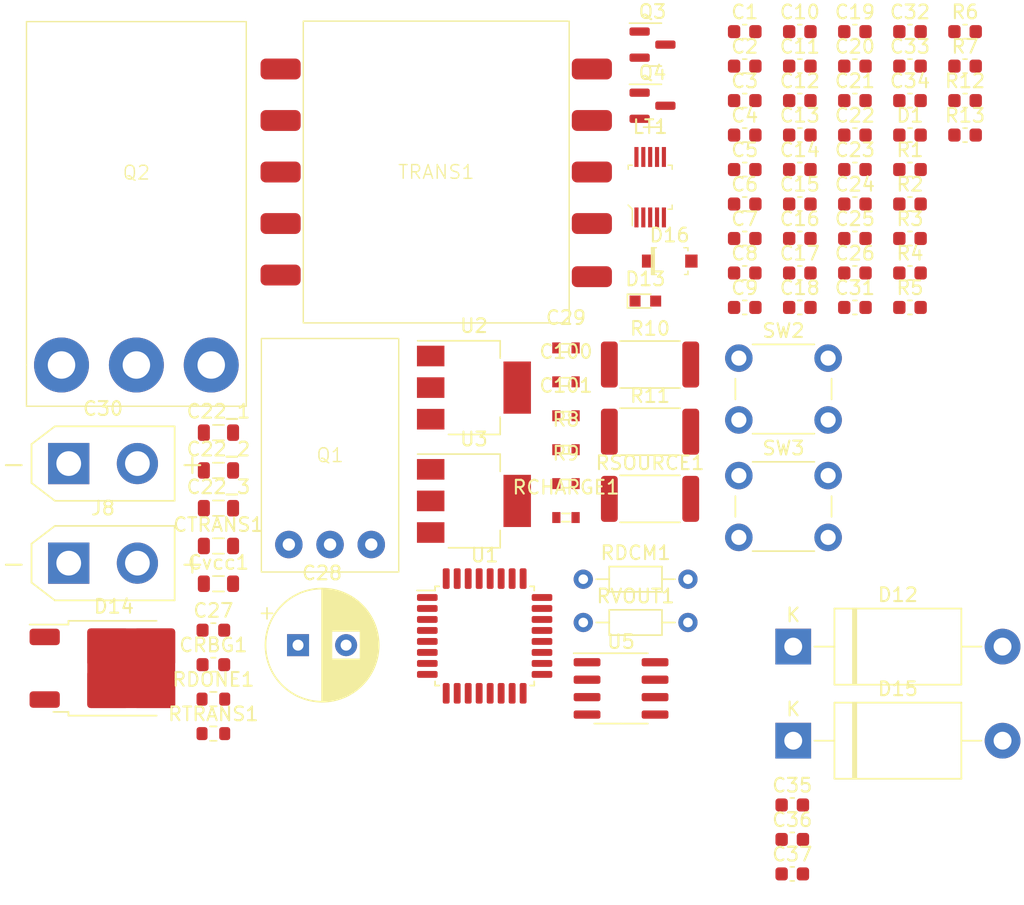
<source format=kicad_pcb>
(kicad_pcb (version 20221018) (generator pcbnew)
  (layers (0 "F.Cu" signal) (31 "B.Cu" signal) (34 "B.Paste" user) (35 "F.Paste" user) (36 "B.SilkS" user "B.Silkscreen") (37 "F.SilkS" user "F.Silkscreen") (38 "B.Mask" user) (39 "F.Mask" user) (44 "Edge.Cuts" user))
  (net 0 "")
  (net 1 "GND")
  (net 5 "+5V")
  (net 7 "V")
  (net 8 "Net-(U1-PF1)")
  (net 9 "Net-(U1-PF0)")
  (net 10 "Net-(LT1-vtrans)")
  (net 11 "Net-(LT1-rvout)")
  (net 12 "Net-(LT1-rdcm)")
  (net 13 "Net-(LT1-rbg)")
  (net 14 "Net-(D14-A)")
  (net 15 "Net-(Q3-B)")
  (net 16 "+15V")
  (net 17 "Net-(F1-Gate3)")
  (net 18 "Net-(F1-Source4)")
  (net 19 "Net-(D13-A)")
  (net 20 "CANL")
  (net 21 "CANH")
  (net 22 "GND2")
  (net 23 "CHARGE")
  (net 24 "14v")
  (net 25 "/source1")
  (net 26 "/source")
  (net 27 "/gate1")
  (net 28 "/gate")
  (net 29 "/drain1")
  (net 30 "+3V3")
  (net 31 "/drain")
  (net 32 "/DONE")
  (net 33 "NRST")
  (net 34 "TR_SIG")
  (net 35 "Net-(BZ1--)")
  (net 36 "KICK_SW")
  (net 37 "DR_SW")
  (net 43 "DR_PWM")
  (net 44 "Net-(C2-Pad2)")
  (net 46 "ENCODER_A")
  (net 47 "ENCODER_B")
  (net 48 "CANRX")
  (net 49 "CANTX")
  (net 50 "SYS-SWDIO")
  (net 51 "SYS-SWCLK")
  (net 53 "DIN")
  (net 54 "DOUT")
  (net 56 "Net-(U1-PB7)")
  (net 57 "Net-(U1-BOOT0)")
  (net 58 "14vv")
  (net 60 "Net-(D1-A)")
  (net 61 "Net-(D2-DIN)")
  (net 62 "Net-(J6-Pin_1)")
  (net 63 "Net-(D15-A2)")
  (net 64 "Net-(U2-GND)")
  (net 65 "Net-(D12-A2)")
  (net 66 "Net-(U2-VI)")
  (footprint "Capacitor_SMD:C_0603_1608Metric" (layer "F.Cu") (at 76.26 32.76)
    (fp_text reference "R5" (at 0 -1.43) (layer "F.SilkS"))
    (fp_text value "20k")
    (pad "1" smd roundrect (at -0.775 0) (size 0.9 0.95) (layers "F.Cu" "F.Paste" "F.Mask") (net 1 "GND"))
    (pad "2" smd roundrect (at 0.775 0) (size 0.9 0.95) (layers "F.Cu" "F.Paste" "F.Mask") (net 34 "TR_SIG"))
  )
  (footprint "Inductor_SMD:L_0805_2012Metric" (layer "F.Cu") (at 25.915 47.375)
    (fp_text reference "C22_3" (at 0 -1.55) (layer "F.SilkS"))
    (fp_text value "22uF")
    (pad "1" smd roundrect (at -1.0625 0) (size 0.875 1.2) (layers "F.Cu" "F.Paste" "F.Mask") (net 1 "GND"))
    (pad "2" smd roundrect (at 1.0625 0) (size 0.875 1.2) (layers "F.Cu" "F.Paste" "F.Mask") (net 24 "14v"))
  )
  (footprint "Package_QFP:LQFP-32_7x7mm_P0.8mm" (layer "F.Cu") (at 45.295 56.675)
    (fp_text reference "U1" (at 0 -5.88) (layer "F.SilkS"))
    (fp_text value "STM32F303K8Tx")
    (pad "1" smd roundrect (at -4.175 -2.8) (size 1.5 0.5) (layers "F.Cu" "F.Paste" "F.Mask") (net 30 "+3V3"))
    (pad "2" smd roundrect (at -4.175 -2) (size 1.5 0.5) (layers "F.Cu" "F.Paste" "F.Mask"))
    (pad "3" smd roundrect (at -4.175 -1.2) (size 1.5 0.5) (layers "F.Cu" "F.Paste" "F.Mask"))
    (pad "4" smd roundrect (at -4.175 -0.4) (size 1.5 0.5) (layers "F.Cu" "F.Paste" "F.Mask") (net 33 "NRST"))
    (pad "5" smd roundrect (at -4.175 0.4) (size 1.5 0.5) (layers "F.Cu" "F.Paste" "F.Mask") (net 30 "+3V3"))
    (pad "6" smd roundrect (at -4.175 1.2) (size 1.5 0.5) (layers "F.Cu" "F.Paste" "F.Mask") (net 34 "TR_SIG"))
    (pad "7" smd roundrect (at -4.175 2) (size 1.5 0.5) (layers "F.Cu" "F.Paste" "F.Mask") (net 35 "Net-(BZ1--)"))
    (pad "8" smd roundrect (at -4.175 2.8) (size 1.5 0.5) (layers "F.Cu" "F.Paste" "F.Mask") (net 36 "KICK_SW"))
    (pad "9" smd roundrect (at -2.8 4.175) (size 0.5 1.5) (layers "F.Cu" "F.Paste" "F.Mask") (net 37 "DR_SW"))
    (pad "10" smd roundrect (at -2 4.175) (size 0.5 1.5) (layers "F.Cu" "F.Paste" "F.Mask"))
    (pad "11" smd roundrect (at -1.2 4.175) (size 0.5 1.5) (layers "F.Cu" "F.Paste" "F.Mask"))
    (pad "12" smd roundrect (at -0.4 4.175) (size 0.5 1.5) (layers "F.Cu" "F.Paste" "F.Mask"))
    (pad "13" smd roundrect (at 0.4 4.175) (size 0.5 1.5) (layers "F.Cu" "F.Paste" "F.Mask"))
    (pad "14" smd roundrect (at 1.2 4.175) (size 0.5 1.5) (layers "F.Cu" "F.Paste" "F.Mask"))
    (pad "15" smd roundrect (at 2 4.175) (size 0.5 1.5) (layers "F.Cu" "F.Paste" "F.Mask") (net 43 "DR_PWM"))
    (pad "16" smd roundrect (at 2.8 4.175) (size 0.5 1.5) (layers "F.Cu" "F.Paste" "F.Mask") (net 1 "GND"))
    (pad "17" smd roundrect (at 4.175 2.8) (size 1.5 0.5) (layers "F.Cu" "F.Paste" "F.Mask") (net 44 "Net-(C2-Pad2)"))
    (pad "18" smd roundrect (at 4.175 2) (size 1.5 0.5) (layers "F.Cu" "F.Paste" "F.Mask"))
    (pad "19" smd roundrect (at 4.175 1.2) (size 1.5 0.5) (layers "F.Cu" "F.Paste" "F.Mask") (net 46 "ENCODER_A"))
    (pad "20" smd roundrect (at 4.175 0.4) (size 1.5 0.5) (layers "F.Cu" "F.Paste" "F.Mask") (net 47 "ENCODER_B"))
    (pad "21" smd roundrect (at 4.175 -0.4) (size 1.5 0.5) (layers "F.Cu" "F.Paste" "F.Mask") (net 48 "CANRX"))
    (pad "22" smd roundrect (at 4.175 -1.2) (size 1.5 0.5) (layers "F.Cu" "F.Paste" "F.Mask") (net 49 "CANTX"))
    (pad "23" smd roundrect (at 4.175 -2) (size 1.5 0.5) (layers "F.Cu" "F.Paste" "F.Mask") (net 50 "SYS-SWDIO"))
    (pad "24" smd roundrect (at 4.175 -2.8) (size 1.5 0.5) (layers "F.Cu" "F.Paste" "F.Mask") (net 51 "SYS-SWCLK"))
    (pad "25" smd roundrect (at 2.8 -4.175) (size 0.5 1.5) (layers "F.Cu" "F.Paste" "F.Mask"))
    (pad "26" smd roundrect (at 2 -4.175) (size 0.5 1.5) (layers "F.Cu" "F.Paste" "F.Mask") (net 50 "SYS-SWDIO"))
    (pad "27" smd roundrect (at 1.2 -4.175) (size 0.5 1.5) (layers "F.Cu" "F.Paste" "F.Mask") (net 53 "DIN"))
    (pad "28" smd roundrect (at 0.4 -4.175) (size 0.5 1.5) (layers "F.Cu" "F.Paste" "F.Mask") (net 54 "DOUT"))
    (pad "29" smd roundrect (at -0.4 -4.175) (size 0.5 1.5) (layers "F.Cu" "F.Paste" "F.Mask"))
    (pad "30" smd roundrect (at -1.2 -4.175) (size 0.5 1.5) (layers "F.Cu" "F.Paste" "F.Mask") (net 56 "Net-(U1-PB7)"))
    (pad "31" smd roundrect (at -2 -4.175) (size 0.5 1.5) (layers "F.Cu" "F.Paste" "F.Mask") (net 57 "Net-(U1-BOOT0)"))
    (pad "32" smd roundrect (at -2.8 -4.175) (size 0.5 1.5) (layers "F.Cu" "F.Paste" "F.Mask") (net 1 "GND"))
  )
  (footprint "Capacitor_SMD:C_0603_1608Metric" (layer "F.Cu") (at 64.23 25.23)
    (fp_text reference "C6" (at 0 -1.43) (layer "F.SilkS"))
    (fp_text value "0.1uF")
    (pad "1" smd roundrect (at -0.775 0) (size 0.9 0.95) (layers "F.Cu" "F.Paste" "F.Mask") (net 5 "+5V"))
    (pad "2" smd roundrect (at 0.775 0) (size 0.9 0.95) (layers "F.Cu" "F.Paste" "F.Mask") (net 1 "GND"))
  )
  (footprint "digikey-footprints:0603" (layer "F.Cu") (at 51.215 45.585)
    (fp_text reference "R9" (at 0 -2.2) (layer "F.SilkS"))
    (fp_text value "1kΩ")
    (pad "1" smd rect (at -0.7 0) (size 0.6 0.8) (layers "F.Cu" "F.Paste" "F.Mask") (net 25 "/source1"))
    (pad "2" smd rect (at 0.7 0) (size 0.6 0.8) (layers "F.Cu" "F.Paste" "F.Mask") (net 27 "/gate1"))
  )
  (footprint "Capacitor_SMD:C_0603_1608Metric" (layer "F.Cu") (at 76.26 27.74)
    (fp_text reference "R3" (at 0 -1.43) (layer "F.SilkS"))
    (fp_text value "10k")
    (pad "1" smd roundrect (at -0.775 0) (size 0.9 0.95) (layers "F.Cu" "F.Paste" "F.Mask") (net 53 "DIN"))
    (pad "2" smd roundrect (at 0.775 0) (size 0.9 0.95) (layers "F.Cu" "F.Paste" "F.Mask") (net 61 "Net-(D2-DIN)"))
  )
  (footprint "digikey-footprints:0603" (layer "F.Cu") (at 51.215 43.115)
    (fp_text reference "R8" (at 0 -2.2) (layer "F.SilkS"))
    (fp_text value "100Ω")
    (pad "1" smd rect (at -0.7 0) (size 0.6 0.8) (layers "F.Cu" "F.Paste" "F.Mask") (net 7 "V"))
    (pad "2" smd rect (at 0.7 0) (size 0.6 0.8) (layers "F.Cu" "F.Paste" "F.Mask") (net 27 "/gate1"))
  )
  (footprint "Capacitor_SMD:C_0603_1608Metric" (layer "F.Cu") (at 68.24 12.68)
    (fp_text reference "C10" (at 0 -1.43) (layer "F.SilkS"))
    (fp_text value "4.3pF")
    (pad "1" smd roundrect (at -0.775 0) (size 0.9 0.95) (layers "F.Cu" "F.Paste" "F.Mask") (net 9 "Net-(U1-PF0)"))
    (pad "2" smd roundrect (at 0.775 0) (size 0.9 0.95) (layers "F.Cu" "F.Paste" "F.Mask") (net 1 "GND"))
  )
  (footprint "digikey-footprints:0603" (layer "F.Cu") (at 51.215 38.175)
    (fp_text reference "C100" (at 0 -2.2) (layer "F.SilkS"))
    (fp_text value "10uF")
    (pad "1" smd rect (at -0.7 0) (size 0.6 0.8) (layers "F.Cu" "F.Paste" "F.Mask") (net 1 "GND"))
    (pad "2" smd rect (at 0.7 0) (size 0.6 0.8) (layers "F.Cu" "F.Paste" "F.Mask") (net 5 "+5V"))
  )
  (footprint "Capacitor_SMD:C_0603_1608Metric" (layer "F.Cu") (at 64.23 17.7)
    (fp_text reference "C3" (at 0 -1.43) (layer "F.SilkS"))
    (fp_text value "0.1uF")
    (pad "1" smd roundrect (at -0.775 0) (size 0.9 0.95) (layers "F.Cu" "F.Paste" "F.Mask") (net 1 "GND"))
    (pad "2" smd roundrect (at 0.775 0) (size 0.9 0.95) (layers "F.Cu" "F.Paste" "F.Mask") (net 30 "+3V3"))
  )
  (footprint "Resistor_THT:R_Axial_DIN0204_L3.6mm_D1.6mm_P7.62mm_Horizontal" (layer "F.Cu") (at 52.475 52.545)
    (fp_text reference "RDCM1" (at 3.81 -1.92) (layer "F.SilkS"))
    (fp_text value "42kΩ")
    (pad "1" thru_hole circle (at 0 0) (size 1.4 1.4) (drill 0.7) (layers "*.Cu" "*.Mask") (net 12 "Net-(LT1-rdcm)"))
    (pad "2" thru_hole oval (at 7.62 0) (size 1.4 1.4) (drill 0.7) (layers "*.Cu" "*.Mask") (net 31 "/drain"))
  )
  (footprint "Capacitor_SMD:C_0603_1608Metric" (layer "F.Cu") (at 80.27 15.19)
    (fp_text reference "R7" (at 0 -1.43) (layer "F.SilkS"))
    (fp_text value "10k")
    (pad "1" smd roundrect (at -0.775 0) (size 0.9 0.95) (layers "F.Cu" "F.Paste" "F.Mask") (net 17 "Net-(F1-Gate3)"))
    (pad "2" smd roundrect (at 0.775 0) (size 0.9 0.95) (layers "F.Cu" "F.Paste" "F.Mask") (net 1 "GND"))
  )
  (footprint "Capacitor_SMD:C_0603_1608Metric" (layer "F.Cu") (at 67.69 74)
    (fp_text reference "C37" (at 0 -1.43) (layer "F.SilkS"))
    (fp_text value "0.1uF")
    (pad "1" smd roundrect (at -0.775 0) (size 0.9 0.95) (layers "F.Cu" "F.Paste" "F.Mask") (net 63 "Net-(D15-A2)"))
    (pad "2" smd roundrect (at 0.775 0) (size 0.9 0.95) (layers "F.Cu" "F.Paste" "F.Mask") (net 1 "GND"))
  )
  (footprint "Package_SO:SOIC-8_3.9x4.9mm_P1.27mm" (layer "F.Cu") (at 55.225 60.495)
    (fp_text reference "U5" (at 0 -3.4) (layer "F.SilkS"))
    (fp_text value "MCP2551-I-SN")
    (pad "1" smd roundrect (at -2.475 -1.905) (size 1.95 0.6) (layers "F.Cu" "F.Paste" "F.Mask") (net 49 "CANTX"))
    (pad "2" smd roundrect (at -2.475 -0.635) (size 1.95 0.6) (layers "F.Cu" "F.Paste" "F.Mask") (net 1 "GND"))
    (pad "3" smd roundrect (at -2.475 0.635) (size 1.95 0.6) (layers "F.Cu" "F.Paste" "F.Mask") (net 5 "+5V"))
    (pad "4" smd roundrect (at -2.475 1.905) (size 1.95 0.6) (layers "F.Cu" "F.Paste" "F.Mask") (net 48 "CANRX"))
    (pad "5" smd roundrect (at 2.475 1.905) (size 1.95 0.6) (layers "F.Cu" "F.Paste" "F.Mask"))
    (pad "6" smd roundrect (at 2.475 0.635) (size 1.95 0.6) (layers "F.Cu" "F.Paste" "F.Mask") (net 20 "CANL"))
    (pad "7" smd roundrect (at 2.475 -0.635) (size 1.95 0.6) (layers "F.Cu" "F.Paste" "F.Mask") (net 21 "CANH"))
    (pad "8" smd roundrect (at 2.475 -1.905) (size 1.95 0.6) (layers "F.Cu" "F.Paste" "F.Mask") (net 1 "GND"))
  )
  (footprint "Connector_AMASS:AMASS_XT30UPB-F_1x02_P5.0mm_Vertical" (layer "F.Cu") (at 15.015 51.375)
    (fp_text reference "J8" (at 2.5 -4) (layer "F.SilkS"))
    (fp_text value "Conn_01x02_Pin")
    (fp_text user "+" (at 9 0) (layer "F.SilkS") (effects (font (size 1.5 1.5))))
    (fp_text user "-" (at -4 0) (layer "F.SilkS") (effects (font (size 1.5 1.5))))
    (pad "1" thru_hole rect (at 0 0) (size 3 3) (drill 1.8) (layers "*.Cu" "*.Mask") (net 22 "GND2"))
    (pad "2" thru_hole circle (at 5 0) (size 3 3) (drill 1.8) (layers "*.Cu" "*.Mask") (net 29 "/drain1"))
  )
  (footprint "Capacitor_SMD:C_0603_1608Metric" (layer "F.Cu") (at 80.27 12.68)
    (fp_text reference "R6" (at 0 -1.43) (layer "F.SilkS"))
    (fp_text value "10k")
    (pad "1" smd roundrect (at -0.775 0) (size 0.9 0.95) (layers "F.Cu" "F.Paste" "F.Mask") (net 15 "Net-(Q3-B)"))
    (pad "2" smd roundrect (at 0.775 0) (size 0.9 0.95) (layers "F.Cu" "F.Paste" "F.Mask") (net 1 "GND"))
  )
  (footprint "DCDC1_library:tk20a60u" (layer "F.Cu") (at 34.04 44.02)
    (fp_text reference "Q1" (at 0 -0.5 unlocked) (layer "F.SilkS") (effects (font (thickness 0.1))))
    (fp_text value "tk20a60u")
    (pad "1" thru_hole circle (at 3 6 180) (size 2 2) (drill 0.9) (layers "*.Cu" "*.Mask") (net 28 "/gate"))
    (pad "2" thru_hole circle (at 0 6 180) (size 2 2) (drill 0.9) (layers "*.Cu" "*.Mask"))
    (pad "3" thru_hole circle (at -3 6 180) (size 2 2) (drill 0.9) (layers "*.Cu" "*.Mask") (net 26 "/source"))
  )
  (footprint "Capacitor_SMD:C_0603_1608Metric" (layer "F.Cu") (at 76.26 20.21)
    (fp_text reference "D1" (at 0 -1.43) (layer "F.SilkS"))
    (fp_text value "LED")
    (pad "1" smd roundrect (at -0.775 0) (size 0.9 0.95) (layers "F.Cu" "F.Paste" "F.Mask") (net 1 "GND"))
    (pad "2" smd roundrect (at 0.775 0) (size 0.9 0.95) (layers "F.Cu" "F.Paste" "F.Mask") (net 60 "Net-(D1-A)"))
  )
  (footprint "Capacitor_SMD:C_0603_1608Metric" (layer "F.Cu") (at 68.24 27.74)
    (fp_text reference "C16" (at 0 -1.43) (layer "F.SilkS"))
    (fp_text value "0.1uF")
    (pad "1" smd roundrect (at -0.775 0) (size 0.9 0.95) (layers "F.Cu" "F.Paste" "F.Mask") (net 5 "+5V"))
    (pad "2" smd roundrect (at 0.775 0) (size 0.9 0.95) (layers "F.Cu" "F.Paste" "F.Mask") (net 1 "GND"))
  )
  (footprint "Capacitor_SMD:C_0603_1608Metric" (layer "F.Cu") (at 76.26 17.7)
    (fp_text reference "C34" (at 0 -1.43) (layer "F.SilkS"))
    (fp_text value "0.1uF")
    (pad "1" smd roundrect (at -0.775 0) (size 0.9 0.95) (layers "F.Cu" "F.Paste" "F.Mask") (net 65 "Net-(D12-A2)"))
    (pad "2" smd roundrect (at 0.775 0) (size 0.9 0.95) (layers "F.Cu" "F.Paste" "F.Mask") (net 1 "GND"))
  )
  (footprint "Capacitor_SMD:C_0603_1608Metric" (layer "F.Cu") (at 64.23 12.68)
    (fp_text reference "C1" (at 0 -1.43) (layer "F.SilkS"))
    (fp_text value "0.1uF")
    (pad "1" smd roundrect (at -0.775 0) (size 0.9 0.95) (layers "F.Cu" "F.Paste" "F.Mask") (net 1 "GND"))
    (pad "2" smd roundrect (at 0.775 0) (size 0.9 0.95) (layers "F.Cu" "F.Paste" "F.Mask") (net 30 "+3V3"))
  )
  (footprint "Inductor_SMD:L_0805_2012Metric" (layer "F.Cu") (at 25.915 52.875)
    (fp_text reference "Cvcc1" (at 0 -1.55) (layer "F.SilkS"))
    (fp_text value "10uF")
    (pad "1" smd roundrect (at -1.0625 0) (size 0.875 1.2) (layers "F.Cu" "F.Paste" "F.Mask") (net 24 "14v"))
    (pad "2" smd roundrect (at 1.0625 0) (size 0.875 1.2) (layers "F.Cu" "F.Paste" "F.Mask") (net 1 "GND"))
  )
  (footprint "Capacitor_SMD:C_0603_1608Metric" (layer "F.Cu") (at 72.25 32.76)
    (fp_text reference "C31" (at 0 -1.43) (layer "F.SilkS"))
    (fp_text value "22uF")
    (pad "1" smd roundrect (at -0.775 0) (size 0.9 0.95) (layers "F.Cu" "F.Paste" "F.Mask") (net 63 "Net-(D15-A2)"))
    (pad "2" smd roundrect (at 0.775 0) (size 0.9 0.95) (layers "F.Cu" "F.Paste" "F.Mask") (net 64 "Net-(U2-GND)"))
  )
  (footprint "Package_TO_SOT_SMD:SOT-223-3_TabPin2" (layer "F.Cu") (at 44.515 46.845)
    (fp_text reference "U3" (at 0 -4.5) (layer "F.SilkS"))
    (fp_text value "AMS1117-5.0")
    (pad "1" smd rect (at -3.15 -2.3) (size 2 1.5) (layers "F.Cu" "F.Paste" "F.Mask") (net 1 "GND"))
    (pad "2" smd rect (at -3.15 0) (size 2 1.5) (layers "F.Cu" "F.Paste" "F.Mask") (net 65 "Net-(D12-A2)"))
    (pad "2" smd rect (at 3.15 0) (size 2 3.8) (layers "F.Cu" "F.Paste" "F.Mask") (net 65 "Net-(D12-A2)"))
    (pad "3" smd rect (at -3.15 2.3) (size 2 1.5) (layers "F.Cu" "F.Paste" "F.Mask") (net 63 "Net-(D15-A2)"))
  )
  (footprint "Capacitor_SMD:C_0603_1608Metric" (layer "F.Cu") (at 64.23 32.76)
    (fp_text reference "C9" (at 0 -1.43) (layer "F.SilkS"))
    (fp_text value "4.7uF")
    (pad "1" smd roundrect (at -0.775 0) (size 0.9 0.95) (layers "F.Cu" "F.Paste" "F.Mask") (net 1 "GND"))
    (pad "2" smd roundrect (at 0.775 0) (size 0.9 0.95) (layers "F.Cu" "F.Paste" "F.Mask") (net 30 "+3V3"))
  )
  (footprint "Capacitor_SMD:C_0603_1608Metric" (layer "F.Cu") (at 76.26 15.19)
    (fp_text reference "C33" (at 0 -1.43) (layer "F.SilkS"))
    (fp_text value "0.1uF")
    (pad "1" smd roundrect (at -0.775 0) (size 0.9 0.95) (layers "F.Cu" "F.Paste" "F.Mask") (net 58 "14vv"))
    (pad "2" smd roundrect (at 0.775 0) (size 0.9 0.95) (layers "F.Cu" "F.Paste" "F.Mask") (net 1 "GND"))
  )
  (footprint "Capacitor_SMD:C_0603_1608Metric" (layer "F.Cu") (at 76.26 30.25)
    (fp_text reference "R4" (at 0 -1.43) (layer "F.SilkS"))
    (fp_text value "470")
    (pad "1" smd roundrect (at -0.775 0) (size 0.9 0.95) (layers "F.Cu" "F.Paste" "F.Mask") (net 62 "Net-(J6-Pin_1)"))
    (pad "2" smd roundrect (at 0.775 0) (size 0.9 0.95) (layers "F.Cu" "F.Paste" "F.Mask") (net 5 "+5V"))
  )
  (footprint "digikey-footprints:0603" (layer "F.Cu") (at 51.215 40.645)
    (fp_text reference "C101" (at 0 -2.2) (layer "F.SilkS"))
    (fp_text value "0.1uF")
    (pad "1" smd rect (at -0.7 0) (size 0.6 0.8) (layers "F.Cu" "F.Paste" "F.Mask") (net 1 "GND"))
    (pad "2" smd rect (at 0.7 0) (size 0.6 0.8) (layers "F.Cu" "F.Paste" "F.Mask") (net 5 "+5V"))
  )
  (footprint "Inductor_SMD:L_0805_2012Metric" (layer "F.Cu") (at 25.915 41.875)
    (fp_text reference "C22_1" (at 0 -1.55) (layer "F.SilkS"))
    (fp_text value "22uF")
    (pad "1" smd roundrect (at -1.0625 0) (size 0.875 1.2) (layers "F.Cu" "F.Paste" "F.Mask") (net 1 "GND"))
    (pad "2" smd roundrect (at 1.0625 0) (size 0.875 1.2) (layers "F.Cu" "F.Paste" "F.Mask") (net 24 "14v"))
  )
  (footprint "digikey-footprints:0603" (layer "F.Cu") (at 51.215 48.055)
    (fp_text reference "RCHARGE1" (at 0 -2.2) (layer "F.SilkS"))
    (fp_text value "1kΩ")
    (pad "1" smd rect (at -0.7 0) (size 0.6 0.8) (layers "F.Cu" "F.Paste" "F.Mask") (net 19 "Net-(D13-A)"))
    (pad "2" smd rect (at 0.7 0) (size 0.6 0.8) (layers "F.Cu" "F.Paste" "F.Mask") (net 23 "CHARGE"))
  )
  (footprint "Resistor_SMD:R_2512_6332Metric" (layer "F.Cu") (at 57.335 41.805)
    (fp_text reference "R11" (at 0 -2.62) (layer "F.SilkS"))
    (fp_text value "120Ω")
    (pad "1" smd roundrect (at -2.9625 0) (size 1.225 3.35) (layers "F.Cu" "F.Paste" "F.Mask") (roundrect_rratio 0.204082) (net 21 "CANH"))
    (pad "2" smd roundrect (at 2.9625 0) (size 1.225 3.35) (layers "F.Cu" "F.Paste" "F.Mask") (roundrect_rratio 0.204082) (net 20 "CANL"))
  )
  (footprint "Resistor_THT:R_Axial_DIN0204_L3.6mm_D1.6mm_P7.62mm_Horizontal" (layer "F.Cu") (at 52.475 55.695)
    (fp_text reference "RVOUT1" (at 3.81 -1.92) (layer "F.SilkS"))
    (fp_text value "30kΩ")
    (pad "1" thru_hole circle (at 0 0) (size 1.4 1.4) (drill 0.7) (layers "*.Cu" "*.Mask") (net 11 "Net-(LT1-rvout)"))
    (pad "2" thru_hole oval (at 7.62 0) (size 1.4 1.4) (drill 0.7) (layers "*.Cu" "*.Mask") (net 31 "/drain"))
  )
  (footprint "Capacitor_SMD:C_0603_1608Metric" (layer "F.Cu") (at 72.25 27.74)
    (fp_text reference "C25" (at 0 -1.43) (layer "F.SilkS"))
    (fp_text value "0.1uF")
    (pad "1" smd roundrect (at -0.775 0) (size 0.9 0.95) (layers "F.Cu" "F.Paste" "F.Mask") (net 5 "+5V"))
    (pad "2" smd roundrect (at 0.775 0) (size 0.9 0.95) (layers "F.Cu" "F.Paste" "F.Mask") (net 1 "GND"))
  )
  (footprint "Resistor_SMD:R_0603_1608Metric" (layer "F.Cu") (at 25.545 61.275)
    (fp_text reference "RDONE1" (at 0 -1.43) (layer "F.SilkS"))
    (fp_text value "100kΩ")
    (pad "1" smd roundrect (at -0.825 0) (size 0.8 0.95) (layers "F.Cu" "F.Paste" "F.Mask") (net 5 "+5V"))
    (pad "2" smd roundrect (at 0.825 0) (size 0.8 0.95) (layers "F.Cu" "F.Paste" "F.Mask") (net 32 "/DONE"))
  )
  (footprint "Capacitor_THT:CP_Radial_D8.0mm_P3.50mm" (layer "F.Cu") (at 31.709698 57.345)
    (fp_text reference "C28" (at 1.75 -5.25) (layer "F.SilkS"))
    (fp_text value "150uF 35v")
    (pad "1" thru_hole rect (at 0 0) (size 1.6 1.6) (drill 0.8) (layers "*.Cu" "*.Mask") (net 1 "GND"))
    (pad "2" thru_hole circle (at 3.5 0) (size 1.6 1.6) (drill 0.8) (layers "*.Cu" "*.Mask") (net 24 "14v"))
  )
  (footprint "Capacitor_SMD:C_0603_1608Metric" (layer "F.Cu") (at 76.26 12.68)
    (fp_text reference "C32" (at 0 -1.43) (layer "F.SilkS"))
    (fp_text value "0.1uF")
    (pad "1" smd roundrect (at -0.775 0) (size 0.9 0.95) (layers "F.Cu" "F.Paste" "F.Mask") (net 63 "Net-(D15-A2)"))
    (pad "2" smd roundrect (at 0.775 0) (size 0.9 0.95) (layers "F.Cu" "F.Paste" "F.Mask") (net 1 "GND"))
  )
  (footprint "Resistor_SMD:R_0603_1608Metric" (layer "F.Cu") (at 25.545 63.785)
    (fp_text reference "RTRANS1" (at 0 -1.43) (layer "F.SilkS"))
    (fp_text value "0Ω")
    (pad "1" smd roundrect (at -0.825 0) (size 0.8 0.95) (layers "F.Cu" "F.Paste" "F.Mask") (net 24 "14v"))
    (pad "2" smd roundrect (at 0.825 0) (size 0.8 0.95) (layers "F.Cu" "F.Paste" "F.Mask") (net 10 "Net-(LT1-vtrans)"))
  )
  (footprint "Diode_THT:D_DO-201AE_P15.24mm_Horizontal" (layer "F.Cu") (at 67.76 64.3)
    (fp_text reference "D15" (at 7.62 -3.77) (layer "F.SilkS"))
    (fp_text value "1.5KExxA")
    (fp_text user "K" (at 0 -2.3) (layer "F.SilkS"))
    (pad "1" thru_hole rect (at 0 0) (size 2.6 2.6) (drill 1.3) (layers "*.Cu" "*.Mask") (net 5 "+5V"))
    (pad "2" thru_hole oval (at 15.24 0) (size 2.6 2.6) (drill 1.3) (layers "*.Cu" "*.Mask") (net 63 "Net-(D15-A2)"))
  )
  (footprint "Capacitor_SMD:C_0603_1608Metric" (layer "F.Cu") (at 72.25 15.19)
    (fp_text reference "C20" (at 0 -1.43) (layer "F.SilkS"))
    (fp_text value "0.1uF")
    (pad "1" smd roundrect (at -0.775 0) (size 0.9 0.95) (layers "F.Cu" "F.Paste" "F.Mask") (net 5 "+5V"))
    (pad "2" smd roundrect (at 0.775 0) (size 0.9 0.95) (layers "F.Cu" "F.Paste" "F.Mask") (net 1 "GND"))
  )
  (footprint "Capacitor_SMD:C_0603_1608Metric" (layer "F.Cu") (at 68.24 17.7)
    (fp_text reference "C12" (at 0 -1.43) (layer "F.SilkS"))
    (fp_text value "0.1uF")
    (pad "1" smd roundrect (at -0.775 0) (size 0.9 0.95) (layers "F.Cu" "F.Paste" "F.Mask") (net 5 "+5V"))
    (pad "2" smd roundrect (at 0.775 0) (size 0.9 0.95) (layers "F.Cu" "F.Paste" "F.Mask") (net 1 "GND"))
  )
  (footprint "Resistor_SMD:R_2512_6332Metric" (layer "F.Cu") (at 57.335 46.695)
    (fp_text reference "RSOURCE1" (at 0 -2.62) (layer "F.SilkS"))
    (fp_text value "0.01Ω")
    (pad "1" smd roundrect (at -2.9625 0) (size 1.225 3.35) (layers "F.Cu" "F.Paste" "F.Mask") (roundrect_rratio 0.204082) (net 1 "GND"))
    (pad "2" smd roundrect (at 2.9625 0) (size 1.225 3.35) (layers "F.Cu" "F.Paste" "F.Mask") (roundrect_rratio 0.204082) (net 26 "/source"))
  )
  (footprint "Capacitor_SMD:C_0603_1608Metric" (layer "F.Cu") (at 68.24 22.72)
    (fp_text reference "C14" (at 0 -1.43) (layer "F.SilkS"))
    (fp_text value "0.1uF")
    (pad "1" smd roundrect (at -0.775 0) (size 0.9 0.95) (layers "F.Cu" "F.Paste" "F.Mask") (net 5 "+5V"))
    (pad "2" smd roundrect (at 0.775 0) (size 0.9 0.95) (layers "F.Cu" "F.Paste" "F.Mask") (net 1 "GND"))
  )
  (footprint "Capacitor_SMD:C_0603_1608Metric" (layer "F.Cu") (at 64.23 27.74)
    (fp_text reference "C7" (at 0 -1.43) (layer "F.SilkS"))
    (fp_text value "0.1uF")
    (pad "1" smd roundrect (at -0.775 0) (size 0.9 0.95) (layers "F.Cu" "F.Paste" "F.Mask") (net 5 "+5V"))
    (pad "2" smd roundrect (at 0.775 0) (size 0.9 0.95) (layers "F.Cu" "F.Paste" "F.Mask") (net 1 "GND"))
  )
  (footprint "Package_TO_SOT_SMD:TO-252-2" (layer "F.Cu") (at 18.305 59.025)
    (fp_text reference "D14" (at 0 -4.5) (layer "F.SilkS"))
    (fp_text value "1N4007G")
    (pad "1" smd roundrect (at -5.04 -2.28) (size 2.2 1.2) (layers "F.Cu" "F.Paste" "F.Mask") (roundrect_rratio 0.208333) (net 22 "GND2"))
    (pad "2" smd roundrect (at -0.415 -1.525) (size 3.05 2.75) (layers "F.Cu" "F.Paste") (roundrect_rratio 0.090909) (net 14 "Net-(D14-A)"))
    (pad "2" smd roundrect (at -0.415 1.525) (size 3.05 2.75) (layers "F.Cu" "F.Paste") (roundrect_rratio 0.090909) (net 14 "Net-(D14-A)"))
    (pad "2" smd roundrect (at 1.26 0) (size 6.4 5.8) (layers "F.Cu" "F.Mask") (roundrect_rratio 0.043103) (net 14 "Net-(D14-A)"))
    (pad "2" smd roundrect (at 2.935 -1.525) (size 3.05 2.75) (layers "F.Cu" "F.Paste") (roundrect_rratio 0.090909) (net 14 "Net-(D14-A)"))
    (pad "2" smd roundrect (at 2.935 1.525) (size 3.05 2.75) (layers "F.Cu" "F.Paste") (roundrect_rratio 0.090909) (net 14 "Net-(D14-A)"))
    (pad "3" smd roundrect (at -5.04 2.28) (size 2.2 1.2) (layers "F.Cu" "F.Paste" "F.Mask") (roundrect_rratio 0.208333))
  )
  (footprint "Capacitor_SMD:C_0603_1608Metric" (layer "F.Cu") (at 68.24 32.76)
    (fp_text reference "C18" (at 0 -1.43) (layer "F.SilkS"))
    (fp_text value "0.1uF")
    (pad "1" smd roundrect (at -0.775 0) (size 0.9 0.95) (layers "F.Cu" "F.Paste" "F.Mask") (net 5 "+5V"))
    (pad "2" smd roundrect (at 0.775 0) (size 0.9 0.95) (layers "F.Cu" "F.Paste" "F.Mask") (net 1 "GND"))
  )
  (footprint "Capacitor_SMD:C_0603_1608Metric" (layer "F.Cu") (at 72.25 30.25)
    (fp_text reference "C26" (at 0 -1.43) (layer "F.SilkS"))
    (fp_text value "0.1uF")
    (pad "1" smd roundrect (at -0.775 0) (size 0.9 0.95) (layers "F.Cu" "F.Paste" "F.Mask") (net 5 "+5V"))
    (pad "2" smd roundrect (at 0.775 0) (size 0.9 0.95) (layers "F.Cu" "F.Paste" "F.Mask") (net 1 "GND"))
  )
  (footprint "Capacitor_SMD:C_0603_1608Metric" (layer "F.Cu") (at 64.23 15.19)
    (fp_text reference "C2" (at 0 -1.43) (layer "F.SilkS"))
    (fp_text value "0.1uF")
    (pad "1" smd roundrect (at -0.775 0) (size 0.9 0.95) (layers "F.Cu" "F.Paste" "F.Mask") (net 1 "GND"))
    (pad "2" smd roundrect (at 0.775 0) (size 0.9 0.95) (layers "F.Cu" "F.Paste" "F.Mask") (net 44 "Net-(C2-Pad2)"))
  )
  (footprint "Capacitor_SMD:C_0603_1608Metric" (layer "F.Cu") (at 72.25 22.72)
    (fp_text reference "C23" (at 0 -1.43) (layer "F.SilkS"))
    (fp_text value "0.1uF")
    (pad "1" smd roundrect (at -0.775 0) (size 0.9 0.95) (layers "F.Cu" "F.Paste" "F.Mask") (net 5 "+5V"))
    (pad "2" smd roundrect (at 0.775 0) (size 0.9 0.95) (layers "F.Cu" "F.Paste" "F.Mask") (net 1 "GND"))
  )
  (footprint "digikey-footprints:MSOP-10_W3mm" (layer "F.Cu") (at 57.345 24.005)
    (fp_text reference "LT1" (at 0 -4.4) (layer "F.SilkS"))
    (fp_text value "~")
    (pad "1" smd rect (at -1 2.2) (size 0.3 1.45) (layers "F.Cu" "F.Paste" "F.Mask"))
    (pad "2" smd rect (at -0.5 2.2) (size 0.3 1.45) (layers "F.Cu" "F.Paste" "F.Mask"))
    (pad "3" smd rect (at 0 2.2) (size 0.3 1.45) (layers "F.Cu" "F.Paste" "F.Mask"))
    (pad "4" smd rect (at 0.5 2.2) (size 0.3 1.45) (layers "F.Cu" "F.Paste" "F.Mask"))
    (pad "5" smd rect (at 1 2.2) (size 0.3 1.45) (layers "F.Cu" "F.Paste" "F.Mask"))
    (pad "6" smd rect (at 1 -2.2) (size 0.3 1.45) (layers "F.Cu" "F.Paste" "F.Mask"))
    (pad "7" smd rect (at 0.5 -2.2) (size 0.3 1.45) (layers "F.Cu" "F.Paste" "F.Mask"))
    (pad "8" smd rect (at 0 -2.2) (size 0.3 1.45) (layers "F.Cu" "F.Paste" "F.Mask"))
    (pad "9" smd rect (at -0.5 -2.2) (size 0.3 1.45) (layers "F.Cu" "F.Paste" "F.Mask"))
    (pad "10" smd rect (at -1 -2.2) (size 0.3 1.45) (layers "F.Cu" "F.Paste" "F.Mask"))
  )
  (footprint "Capacitor_SMD:C_0603_1608Metric" (layer "F.Cu") (at 68.24 15.19)
    (fp_text reference "C11" (at 0 -1.43) (layer "F.SilkS"))
    (fp_text value "0.1uF")
    (pad "1" smd roundrect (at -0.775 0) (size 0.9 0.95) (layers "F.Cu" "F.Paste" "F.Mask") (net 5 "+5V"))
    (pad "2" smd roundrect (at 0.775 0) (size 0.9 0.95) (layers "F.Cu" "F.Paste" "F.Mask") (net 1 "GND"))
  )
  (footprint "Connector_AMASS:AMASS_XT30UPB-F_1x02_P5.0mm_Vertical" (layer "F.Cu") (at 15.015 44.125)
    (fp_text reference "C30" (at 2.5 -4) (layer "F.SilkS"))
    (fp_text value "2200uF")
    (fp_text user "+" (at 9 0) (layer "F.SilkS") (effects (font (size 1.5 1.5))))
    (fp_text user "-" (at -4 0) (layer "F.SilkS") (effects (font (size 1.5 1.5))))
    (pad "1" thru_hole rect (at 0 0) (size 3 3) (drill 1.8) (layers "*.Cu" "*.Mask") (net 22 "GND2"))
    (pad "2" thru_hole circle (at 5 0) (size 3 3) (drill 1.8) (layers "*.Cu" "*.Mask") (net 22 "GND2"))
  )
  (footprint "Inductor_SMD:L_0603_1608Metric" (layer "F.Cu") (at 25.545 56.255)
    (fp_text reference "C27" (at 0 -1.43) (layer "F.SilkS"))
    (fp_text value "1000pf")
    (pad "1" smd roundrect (at -0.7875 0) (size 0.875 0.95) (layers "F.Cu" "F.Paste" "F.Mask") (net 23 "CHARGE"))
    (pad "2" smd roundrect (at 0.7875 0) (size 0.875 0.95) (layers "F.Cu" "F.Paste" "F.Mask") (net 1 "GND"))
  )
  (footprint "Capacitor_SMD:C_0603_1608Metric" (layer "F.Cu") (at 72.25 20.21)
    (fp_text reference "C22" (at 0 -1.43) (layer "F.SilkS"))
    (fp_text value "0.1uF")
    (pad "1" smd roundrect (at -0.775 0) (size 0.9 0.95) (layers "F.Cu" "F.Paste" "F.Mask") (net 5 "+5V"))
    (pad "2" smd roundrect (at 0.775 0) (size 0.9 0.95) (layers "F.Cu" "F.Paste" "F.Mask") (net 1 "GND"))
  )
  (footprint "digikey-footprints:LED_0603" (layer "F.Cu") (at 56.995 32.295)
    (fp_text reference "D13" (at 0 -1.61) (layer "F.SilkS"))
    (fp_text value "LED")
    (pad "1" smd rect (at -0.75 0) (size 0.8 0.8) (layers "F.Cu" "F.Paste" "F.Mask") (net 1 "GND"))
    (pad "2" smd rect (at 0.75 0) (size 0.8 0.8) (layers "F.Cu" "F.Paste" "F.Mask") (net 19 "Net-(D13-A)"))
  )
  (footprint "Diode_THT:D_DO-201AE_P15.24mm_Horizontal" (layer "F.Cu") (at 67.76 57.45)
    (fp_text reference "D12" (at 7.62 -3.77) (layer "F.SilkS"))
    (fp_text value "1.5KExxA")
    (fp_text user "K" (at 0 -2.3) (layer "F.SilkS"))
    (pad "1" thru_hole rect (at 0 0) (size 2.6 2.6) (drill 1.3) (layers "*.Cu" "*.Mask"))
    (pad "2" thru_hole oval (at 15.24 0) (size 2.6 2.6) (drill 1.3) (layers "*.Cu" "*.Mask") (net 65 "Net-(D12-A2)"))
  )
  (footprint "Button_Switch_THT:SW_PUSH_6mm" (layer "F.Cu") (at 63.8 45)
    (fp_text reference "SW3" (at 3.25 -2) (layer "F.SilkS"))
    (fp_text value "SW_MEC_5E")
    (pad "1" thru_hole circle (at 0 0 90) (size 2 2) (drill 1.1) (layers "*.Cu" "*.Mask") (net 1 "GND"))
    (pad "1" thru_hole circle (at 6.5 0 90) (size 2 2) (drill 1.1) (layers "*.Cu" "*.Mask") (net 1 "GND"))
    (pad "2" thru_hole circle (at 0 4.5 90) (size 2 2) (drill 1.1) (layers "*.Cu" "*.Mask") (net 1 "GND"))
    (pad "2" thru_hole circle (at 6.5 4.5 90) (size 2 2) (drill 1.1) (layers "*.Cu" "*.Mask") (net 1 "GND"))
  )
  (footprint "Capacitor_SMD:C_0603_1608Metric" (layer "F.Cu") (at 68.24 25.23)
    (fp_text reference "C15" (at 0 -1.43) (layer "F.SilkS"))
    (fp_text value "0.1uF")
    (pad "1" smd roundrect (at -0.775 0) (size 0.9 0.95) (layers "F.Cu" "F.Paste" "F.Mask") (net 5 "+5V"))
    (pad "2" smd roundrect (at 0.775 0) (size 0.9 0.95) (layers "F.Cu" "F.Paste" "F.Mask") (net 1 "GND"))
  )
  (footprint "Capacitor_SMD:C_0603_1608Metric" (layer "F.Cu") (at 80.27 17.7)
    (fp_text reference "R12" (at 0 -1.43) (layer "F.SilkS"))
    (fp_text value "5k")
    (pad "1" smd roundrect (at -0.775 0) (size 0.9 0.95) (layers "F.Cu" "F.Paste" "F.Mask") (net 5 "+5V"))
    (pad "2" smd roundrect (at 0.775 0) (size 0.9 0.95) (layers "F.Cu" "F.Paste" "F.Mask") (net 46 "ENCODER_A"))
  )
  (footprint "Capacitor_SMD:C_0603_1608Metric" (layer "F.Cu") (at 64.23 30.25)
    (fp_text reference "C8" (at 0 -1.43) (layer "F.SilkS"))
    (fp_text value "4.3pF")
    (pad "1" smd roundrect (at -0.775 0) (size 0.9 0.95) (layers "F.Cu" "F.Paste" "F.Mask") (net 8 "Net-(U1-PF1)"))
    (pad "2" smd roundrect (at 0.775 0) (size 0.9 0.95) (layers "F.Cu" "F.Paste" "F.Mask") (net 1 "GND"))
  )
  (footprint "Capacitor_SMD:C_0603_1608Metric" (layer "F.Cu") (at 67.69 68.98)
    (fp_text reference "C35" (at 0 -1.43) (layer "F.SilkS"))
    (fp_text value "0.1uF")
    (pad "1" smd roundrect (at -0.775 0) (size 0.9 0.95) (layers "F.Cu" "F.Paste" "F.Mask") (net 1 "GND"))
    (pad "2" smd roundrect (at 0.775 0) (size 0.9 0.95) (layers "F.Cu" "F.Paste" "F.Mask") (net 66 "Net-(U2-VI)"))
  )
  (footprint "Capacitor_SMD:C_0603_1608Metric" (layer "F.Cu") (at 68.24 30.25)
    (fp_text reference "C17" (at 0 -1.43) (layer "F.SilkS"))
    (fp_text value "0.1uF")
    (pad "1" smd roundrect (at -0.775 0) (size 0.9 0.95) (layers "F.Cu" "F.Paste" "F.Mask") (net 5 "+5V"))
    (pad "2" smd roundrect (at 0.775 0) (size 0.9 0.95) (layers "F.Cu" "F.Paste" "F.Mask") (net 1 "GND"))
  )
  (footprint "digikey-footprints:IRFP150NPbF" (layer "F.Cu") (at 19.94 36.95)
    (fp_text reference "Q2" (at 0 -14 unlocked) (layer "F.SilkS") (effects (font (thickness 0.1))))
    (fp_text value "IRFP150NPbF")
    (pad "1" thru_hole circle (at -5.45 0) (size 4 4) (drill 2) (layers "*.Cu" "*.Mask") (net 25 "/source1"))
    (pad "2" thru_hole circle (at 0 0) (size 4 4) (drill 2) (layers "*.Cu" "*.Mask") (net 27 "/gate1"))
    (pad "3" thru_hole circle (at 5.45 0) (size 4 4) (drill 2) (layers "*.Cu" "*.Mask") (net 29 "/drain1"))
  )
  (footprint "Capacitor_SMD:C_0603_1608Metric" (layer "F.Cu") (at 68.24 20.21)
    (fp_text reference "C13" (at 0 -1.43) (layer "F.SilkS"))
    (fp_text value "0.1uF")
    (pad "1" smd roundrect (at -0.775 0) (size 0.9 0.95) (layers "F.Cu" "F.Paste" "F.Mask") (net 5 "+5V"))
    (pad "2" smd roundrect (at 0.775 0) (size 0.9 0.95) (layers "F.Cu" "F.Paste" "F.Mask") (net 1 "GND"))
  )
  (footprint "Button_Switch_THT:SW_PUSH_6mm" (layer "F.Cu") (at 63.8 36.45)
    (fp_text reference "SW2" (at 3.25 -2) (layer "F.SilkS"))
    (fp_text value "SW_MEC_5E")
    (pad "1" thru_hole circle (at 0 0 90) (size 2 2) (drill 1.1) (layers "*.Cu" "*.Mask") (net 1 "GND"))
    (pad "1" thru_hole circle (at 6.5 0 90) (size 2 2) (drill 1.1) (layers "*.Cu" "*.Mask") (net 1 "GND"))
    (pad "2" thru_hole circle (at 0 4.5 90) (size 2 2) (drill 1.1) (layers "*.Cu" "*.Mask") (net 1 "GND"))
    (pad "2" thru_hole circle (at 6.5 4.5 90) (size 2 2) (drill 1.1) (layers "*.Cu" "*.Mask") (net 1 "GND"))
  )
  (footprint "Package_TO_SOT_SMD:SOT-23" (layer "F.Cu") (at 57.515 13.625)
    (fp_text reference "Q3" (at 0 -2.4) (layer "F.SilkS"))
    (fp_text value "MMBT3906")
    (pad "1" smd roundrect (at -0.9375 -0.95) (size 1.475 0.6) (layers "F.Cu" "F.Paste" "F.Mask") (net 15 "Net-(Q3-B)"))
    (pad "2" smd roundrect (at -0.9375 0.95) (size 1.475 0.6) (layers "F.Cu" "F.Paste" "F.Mask") (net 16 "+15V"))
    (pad "3" smd roundrect (at 0.9375 0) (size 1.475 0.6) (layers "F.Cu" "F.Paste" "F.Mask") (net 15 "Net-(Q3-B)"))
  )
  (footprint "Capacitor_SMD:C_0603_1608Metric" (layer "F.Cu") (at 80.27 20.21)
    (fp_text reference "R13" (at 0 -1.43) (layer "F.SilkS"))
    (fp_text value "5k")
    (pad "1" smd roundrect (at -0.775 0) (size 0.9 0.95) (layers "F.Cu" "F.Paste" "F.Mask") (net 5 "+5V"))
    (pad "2" smd roundrect (at 0.775 0) (size 0.9 0.95) (layers "F.Cu" "F.Paste" "F.Mask") (net 47 "ENCODER_B"))
  )
  (footprint "Capacitor_SMD:C_0603_1608Metric" (layer "F.Cu") (at 64.23 22.72)
    (fp_text reference "C5" (at 0 -1.43) (layer "F.SilkS"))
    (fp_text value "0.1uF")
    (pad "1" smd roundrect (at -0.775 0) (size 0.9 0.95) (layers "F.Cu" "F.Paste" "F.Mask") (net 5 "+5V"))
    (pad "2" smd roundrect (at 0.775 0) (size 0.9 0.95) (layers "F.Cu" "F.Paste" "F.Mask") (net 1 "GND"))
  )
  (footprint "Package_TO_SOT_SMD:SOT-223-3_TabPin2" (layer "F.Cu") (at 44.515 38.595)
    (fp_text reference "U2" (at 0 -4.5) (layer "F.SilkS"))
    (fp_text value "V7805-1000")
    (pad "1" smd rect (at -3.15 -2.3) (size 2 1.5) (layers "F.Cu" "F.Paste" "F.Mask") (net 64 "Net-(U2-GND)"))
    (pad "2" smd rect (at -3.15 0) (size 2 1.5) (layers "F.Cu" "F.Paste" "F.Mask") (net 63 "Net-(D15-A2)"))
    (pad "2" smd rect (at 3.15 0) (size 2 3.8) (layers "F.Cu" "F.Paste" "F.Mask") (net 63 "Net-(D15-A2)"))
    (pad "3" smd rect (at -3.15 2.3) (size 2 1.5) (layers "F.Cu" "F.Paste" "F.Mask") (net 66 "Net-(U2-VI)"))
  )
  (footprint "digikey-footprints:SOD-123" (layer "F.Cu") (at 58.77 29.385)
    (fp_text reference "D16" (at -0.01 -1.89) (layer "F.SilkS"))
    (fp_text value "1N47xxA")
    (pad "1" smd rect (at -1.575 0) (size 0.9 0.95) (layers "F.Cu" "F.Paste" "F.Mask") (net 22 "GND2"))
    (pad "2" smd rect (at 1.575 0) (size 0.9 0.95) (layers "F.Cu" "F.Paste" "F.Mask") (net 29 "/drain1"))
  )
  (footprint "Inductor_SMD:L_0805_2012Metric" (layer "F.Cu") (at 25.915 44.625)
    (fp_text reference "C22_2" (at 0 -1.55) (layer "F.SilkS"))
    (fp_text value "22uF")
    (pad "1" smd roundrect (at -1.0625 0) (size 0.875 1.2) (layers "F.Cu" "F.Paste" "F.Mask") (net 1 "GND"))
    (pad "2" smd roundrect (at 1.0625 0) (size 0.875 1.2) (layers "F.Cu" "F.Paste" "F.Mask") (net 24 "14v"))
  )
  (footprint "digikey-footprints:0603" (layer "F.Cu") (at 51.215 35.705)
    (fp_text reference "C29" (at 0 -2.2) (layer "F.SilkS"))
    (fp_text value "0.1uF")
    (pad "1" smd rect (at -0.7 0) (size 0.6 0.8) (layers "F.Cu" "F.Paste" "F.Mask") (net 22 "GND2"))
    (pad "2" smd rect (at 0.7 0) (size 0.6 0.8) (layers "F.Cu" "F.Paste" "F.Mask") (net 22 "GND2"))
  )
  (footprint "Inductor_SMD:L_0805_2012Metric" (layer "F.Cu") (at 25.915 50.125)
    (fp_text reference "CTRANS1" (at 0 -1.55) (layer "F.SilkS"))
    (fp_text value "10uF 50v")
    (pad "1" smd roundrect (at -1.0625 0) (size 0.875 1.2) (layers "F.Cu" "F.Paste" "F.Mask") (net 1 "GND"))
    (pad "2" smd roundrect (at 1.0625 0) (size 0.875 1.2) (layers "F.Cu" "F.Paste" "F.Mask") (net 10 "Net-(LT1-vtrans)"))
  )
  (footprint "Inductor_SMD:L_0603_1608Metric" (layer "F.Cu") (at 25.545 58.765)
    (fp_text reference "CRBG1" (at 0 -1.43) (layer "F.SilkS"))
    (fp_text value "51pF")
    (pad "1" smd roundrect (at -0.7875 0) (size 0.875 0.95) (layers "F.Cu" "F.Paste" "F.Mask") (net 13 "Net-(LT1-rbg)"))
    (pad "2" smd roundrect (at 0.7875 0) (size 0.875 0.95) (layers "F.Cu" "F.Paste" "F.Mask") (net 1 "GND"))
  )
  (footprint "Package_TO_SOT_SMD:SOT-23" (layer "F.Cu") (at 57.515 18.075)
    (fp_text reference "Q4" (at 0 -2.4) (layer "F.SilkS"))
    (fp_text value "MMBT3906")
    (pad "1" smd roundrect (at -0.9375 -0.95) (size 1.475 0.6) (layers "F.Cu" "F.Paste" "F.Mask") (net 15 "Net-(Q3-B)"))
    (pad "2" smd roundrect (at -0.9375 0.95) (size 1.475 0.6) (layers "F.Cu" "F.Paste" "F.Mask") (net 17 "Net-(F1-Gate3)"))
    (pad "3" smd roundrect (at 0.9375 0) (size 1.475 0.6) (layers "F.Cu" "F.Paste" "F.Mask") (net 18 "Net-(F1-Source4)"))
  )
  (footprint "Resistor_SMD:R_2512_6332Metric" (layer "F.Cu") (at 57.335 36.915)
    (fp_text reference "R10" (at 0 -2.62) (layer "F.SilkS"))
    (fp_text value "120Ω")
    (pad "1" smd roundrect (at -2.9625 0) (size 1.225 3.35) (layers "F.Cu" "F.Paste" "F.Mask") (roundrect_rratio 0.204082) (net 20 "CANL"))
    (pad "2" smd roundrect (at 2.9625 0) (size 1.225 3.35) (layers "F.Cu" "F.Paste" "F.Mask") (roundrect_rratio 0.204082) (net 21 "CANH"))
  )
  (footprint "Capacitor_SMD:C_0603_1608Metric" (layer "F.Cu") (at 76.26 25.23)
    (fp_text reference "R2" (at 0 -1.43) (layer "F.SilkS"))
    (fp_text value "10k")
    (pad "1" smd roundrect (at -0.775 0) (size 0.9 0.95) (layers "F.Cu" "F.Paste" "F.Mask") (net 1 "GND"))
    (pad "2" smd roundrect (at 0.775 0) (size 0.9 0.95) (layers "F.Cu" "F.Paste" "F.Mask") (net 57 "Net-(U1-BOOT0)"))
  )
  (footprint "DCDC1_library:32052" (layer "F.Cu") (at 41.77 22.9)
    (fp_text reference "TRANS1" (at 0 0 unlocked) (layer "F.SilkS") (effects (font (thickness 0.1))))
    (fp_text value "~")
    (pad "1" smd roundrect (at -11.33 -7.5) (size 2.92 1.52) (layers "F.Cu" "F.Paste" "F.Mask") (net 14 "Net-(D14-A)"))
    (pad "2" smd roundrect (at -11.33 -3.75) (size 2.92 1.52) (layers "F.Cu" "F.Paste" "F.Mask"))
    (pad "3" smd roundrect (at -11.33 0) (size 2.92 1.52) (layers "F.Cu" "F.Paste" "F.Mask"))
    (pad "4" smd roundrect (at -11.33 3.75) (size 2.92 1.52) (layers "F.Cu" "F.Paste" "F.Mask") (net 24 "14v"))
    (pad "5" smd roundrect (at -11.33 7.5) (size 2.92 1.52) (layers "F.Cu" "F.Paste" "F.Mask") (net 24 "14v"))
    (pad "6" smd roundrect (at 11.33 7.62) (size 2.92 1.52) (layers "F.Cu" "F.Paste" "F.Mask") (net 31 "/drain"))
    (pad "7" smd roundrect (at 11.33 3.75) (size 2.92 1.52) (layers "F.Cu" "F.Paste" "F.Mask") (net 31 "/drain"))
    (pad "8" smd roundrect (at 11.33 0) (size 2.92 1.52) (layers "F.Cu" "F.Paste" "F.Mask"))
    (pad "9" smd roundrect (at 11.33 -3.75) (size 2.92 1.52) (layers "F.Cu" "F.Paste" "F.Mask"))
    (pad "10" smd roundrect (at 11.33 -7.5) (size 2.92 1.52) (layers "F.Cu" "F.Paste" "F.Mask") (net 22 "GND2"))
  )
  (footprint "Capacitor_SMD:C_0603_1608Metric" (layer "F.Cu") (at 76.26 22.72)
    (fp_text reference "R1" (at 0 -1.43) (layer "F.SilkS"))
    (fp_text value "10k")
    (pad "1" smd roundrect (at -0.775 0) (size 0.9 0.95) (layers "F.Cu" "F.Paste" "F.Mask") (net 56 "Net-(U1-PB7)"))
    (pad "2" smd roundrect (at 0.775 0) (size 0.9 0.95) (layers "F.Cu" "F.Paste" "F.Mask") (net 60 "Net-(D1-A)"))
  )
  (footprint "Capacitor_SMD:C_0603_1608Metric" (layer "F.Cu") (at 64.23 20.21)
    (fp_text reference "C4" (at 0 -1.43) (layer "F.SilkS"))
    (fp_text value "0.1uF")
    (pad "1" smd roundrect (at -0.775 0) (size 0.9 0.95) (layers "F.Cu" "F.Paste" "F.Mask") (net 5 "+5V"))
    (pad "2" smd roundrect (at 0.775 0) (size 0.9 0.95) (layers "F.Cu" "F.Paste" "F.Mask") (net 1 "GND"))
  )
  (footprint "Capacitor_SMD:C_0603_1608Metric" (layer "F.Cu") (at 72.25 25.23)
    (fp_text reference "C24" (at 0 -1.43) (layer "F.SilkS"))
    (fp_text value "0.1uF")
    (pad "1" smd roundrect (at -0.775 0) (size 0.9 0.95) (layers "F.Cu" "F.Paste" "F.Mask") (net 5 "+5V"))
    (pad "2" smd roundrect (at 0.775 0) (size 0.9 0.95) (layers "F.Cu" "F.Paste" "F.Mask") (net 1 "GND"))
  )
  (footprint "Capacitor_SMD:C_0603_1608Metric" (layer "F.Cu") (at 72.25 12.68)
    (fp_text reference "C19" (at 0 -1.43) (layer "F.SilkS"))
    (fp_text value "0.1uF")
    (pad "1" smd roundrect (at -0.775 0) (size 0.9 0.95) (layers "F.Cu" "F.Paste" "F.Mask") (net 5 "+5V"))
    (pad "2" smd roundrect (at 0.775 0) (size 0.9 0.95) (layers "F.Cu" "F.Paste" "F.Mask") (net 1 "GND"))
  )
  (footprint "Capacitor_SMD:C_0603_1608Metric" (layer "F.Cu") (at 67.69 71.49)
    (fp_text reference "C36" (at 0 -1.43) (layer "F.SilkS"))
    (fp_text value "0.1uF")
    (pad "1" smd roundrect (at -0.775 0) (size 0.9 0.95) (layers "F.Cu" "F.Paste" "F.Mask") (net 65 "Net-(D12-A2)"))
    (pad "2" smd roundrect (at 0.775 0) (size 0.9 0.95) (layers "F.Cu" "F.Paste" "F.Mask") (net 1 "GND"))
  )
  (footprint "Capacitor_SMD:C_0603_1608Metric" (layer "F.Cu") (at 72.25 17.7)
    (fp_text reference "C21" (at 0 -1.43) (layer "F.SilkS"))
    (fp_text value "0.1uF")
    (pad "1" smd roundrect (at -0.775 0) (size 0.9 0.95) (layers "F.Cu" "F.Paste" "F.Mask") (net 5 "+5V"))
    (pad "2" smd roundrect (at 0.775 0) (size 0.9 0.95) (layers "F.Cu" "F.Paste" "F.Mask") (net 1 "GND"))
  )
)
</source>
